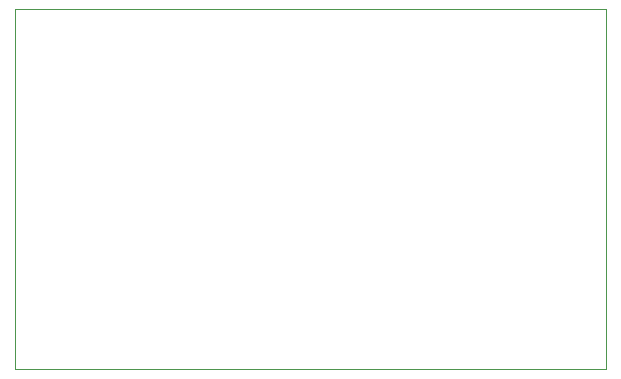
<source format=gbr>
G04 #@! TF.FileFunction,Profile,NP*
%FSLAX46Y46*%
G04 Gerber Fmt 4.6, Leading zero omitted, Abs format (unit mm)*
G04 Created by KiCad (PCBNEW 4.0.7-e2-6376~58~ubuntu16.04.1) date Mon Mar 12 00:56:02 2018*
%MOMM*%
%LPD*%
G01*
G04 APERTURE LIST*
%ADD10C,0.100000*%
G04 APERTURE END LIST*
D10*
X20000000Y-50500000D02*
X20000000Y-20000000D01*
X70000000Y-50500000D02*
X20000000Y-50500000D01*
X70000000Y-20000000D02*
X70000000Y-50500000D01*
X20000000Y-20000000D02*
X70000000Y-20000000D01*
M02*

</source>
